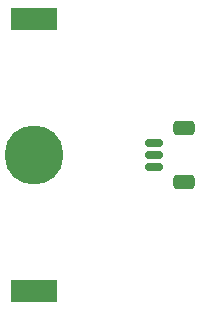
<source format=gbr>
%TF.GenerationSoftware,KiCad,Pcbnew,9.0.0*%
%TF.CreationDate,2025-05-02T12:59:00-05:00*%
%TF.ProjectId,ioWatch,696f5761-7463-4682-9e6b-696361645f70,rev?*%
%TF.SameCoordinates,Original*%
%TF.FileFunction,Soldermask,Bot*%
%TF.FilePolarity,Negative*%
%FSLAX46Y46*%
G04 Gerber Fmt 4.6, Leading zero omitted, Abs format (unit mm)*
G04 Created by KiCad (PCBNEW 9.0.0) date 2025-05-02 12:59:00*
%MOMM*%
%LPD*%
G01*
G04 APERTURE LIST*
G04 Aperture macros list*
%AMRoundRect*
0 Rectangle with rounded corners*
0 $1 Rounding radius*
0 $2 $3 $4 $5 $6 $7 $8 $9 X,Y pos of 4 corners*
0 Add a 4 corners polygon primitive as box body*
4,1,4,$2,$3,$4,$5,$6,$7,$8,$9,$2,$3,0*
0 Add four circle primitives for the rounded corners*
1,1,$1+$1,$2,$3*
1,1,$1+$1,$4,$5*
1,1,$1+$1,$6,$7*
1,1,$1+$1,$8,$9*
0 Add four rect primitives between the rounded corners*
20,1,$1+$1,$2,$3,$4,$5,0*
20,1,$1+$1,$4,$5,$6,$7,0*
20,1,$1+$1,$6,$7,$8,$9,0*
20,1,$1+$1,$8,$9,$2,$3,0*%
G04 Aperture macros list end*
%ADD10R,4.000000X1.895000*%
%ADD11C,5.000000*%
%ADD12RoundRect,0.150000X0.625000X-0.150000X0.625000X0.150000X-0.625000X0.150000X-0.625000X-0.150000X0*%
%ADD13RoundRect,0.250000X0.650000X-0.350000X0.650000X0.350000X-0.650000X0.350000X-0.650000X-0.350000X0*%
G04 APERTURE END LIST*
D10*
%TO.C,BT1*%
X100000000Y-88447500D03*
X100000000Y-111552500D03*
D11*
X100000000Y-100000000D03*
%TD*%
D12*
%TO.C,J1*%
X110175000Y-101000000D03*
X110175000Y-100000000D03*
X110175000Y-99000000D03*
D13*
X112700000Y-102300000D03*
X112700000Y-97700000D03*
%TD*%
M02*

</source>
